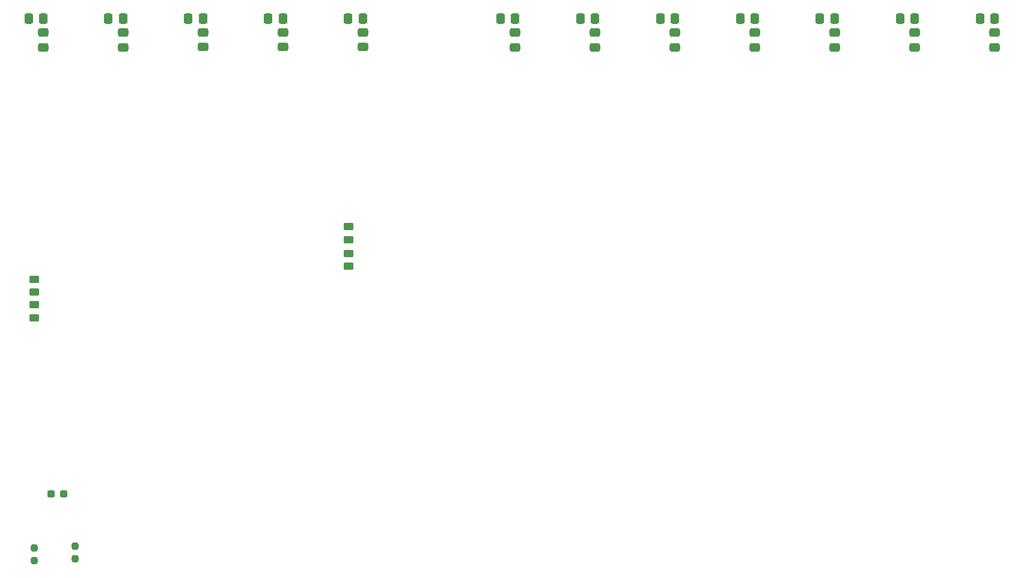
<source format=gbr>
%TF.GenerationSoftware,KiCad,Pcbnew,8.0.5*%
%TF.CreationDate,2024-10-01T19:03:58-07:00*%
%TF.ProjectId,MRIRobot_PCB,4d524952-6f62-46f7-945f-5043422e6b69,rev?*%
%TF.SameCoordinates,Original*%
%TF.FileFunction,Paste,Bot*%
%TF.FilePolarity,Positive*%
%FSLAX46Y46*%
G04 Gerber Fmt 4.6, Leading zero omitted, Abs format (unit mm)*
G04 Created by KiCad (PCBNEW 8.0.5) date 2024-10-01 19:03:58*
%MOMM*%
%LPD*%
G01*
G04 APERTURE LIST*
G04 Aperture macros list*
%AMRoundRect*
0 Rectangle with rounded corners*
0 $1 Rounding radius*
0 $2 $3 $4 $5 $6 $7 $8 $9 X,Y pos of 4 corners*
0 Add a 4 corners polygon primitive as box body*
4,1,4,$2,$3,$4,$5,$6,$7,$8,$9,$2,$3,0*
0 Add four circle primitives for the rounded corners*
1,1,$1+$1,$2,$3*
1,1,$1+$1,$4,$5*
1,1,$1+$1,$6,$7*
1,1,$1+$1,$8,$9*
0 Add four rect primitives between the rounded corners*
20,1,$1+$1,$2,$3,$4,$5,0*
20,1,$1+$1,$4,$5,$6,$7,0*
20,1,$1+$1,$6,$7,$8,$9,0*
20,1,$1+$1,$8,$9,$2,$3,0*%
G04 Aperture macros list end*
%ADD10RoundRect,0.250000X0.475000X-0.337500X0.475000X0.337500X-0.475000X0.337500X-0.475000X-0.337500X0*%
%ADD11RoundRect,0.250000X0.337500X0.475000X-0.337500X0.475000X-0.337500X-0.475000X0.337500X-0.475000X0*%
%ADD12RoundRect,0.237500X0.237500X-0.250000X0.237500X0.250000X-0.237500X0.250000X-0.237500X-0.250000X0*%
%ADD13RoundRect,0.250000X-0.450000X0.262500X-0.450000X-0.262500X0.450000X-0.262500X0.450000X0.262500X0*%
%ADD14RoundRect,0.237500X-0.300000X-0.237500X0.300000X-0.237500X0.300000X0.237500X-0.300000X0.237500X0*%
%ADD15RoundRect,0.250000X0.450000X-0.262500X0.450000X0.262500X-0.450000X0.262500X-0.450000X-0.262500X0*%
G04 APERTURE END LIST*
D10*
%TO.C,R11*%
X136750000Y-81575000D03*
X136750000Y-79500000D03*
%TD*%
D11*
%TO.C,C6*%
X70250000Y-77500000D03*
X68175000Y-77500000D03*
%TD*%
D10*
%TO.C,R10*%
X115250000Y-81537500D03*
X115250000Y-79462500D03*
%TD*%
%TO.C,R19*%
X204250000Y-81575000D03*
X204250000Y-79500000D03*
%TD*%
D11*
%TO.C,C14*%
X115250000Y-77500000D03*
X113175000Y-77500000D03*
%TD*%
%TO.C,C19*%
X181750000Y-77500000D03*
X179675000Y-77500000D03*
%TD*%
D12*
%TO.C,R13*%
X74750000Y-153662500D03*
X74750000Y-151837500D03*
%TD*%
D13*
%TO.C,R2*%
X69000000Y-114250000D03*
X69000000Y-116075000D03*
%TD*%
D10*
%TO.C,R12*%
X148000000Y-81575000D03*
X148000000Y-79500000D03*
%TD*%
D11*
%TO.C,C12*%
X92750000Y-77500000D03*
X90675000Y-77500000D03*
%TD*%
%TO.C,C16*%
X148000000Y-77500000D03*
X145925000Y-77500000D03*
%TD*%
D14*
%TO.C,C1*%
X71387500Y-144500000D03*
X73112500Y-144500000D03*
%TD*%
D15*
%TO.C,R3*%
X113250000Y-112412500D03*
X113250000Y-110587500D03*
%TD*%
D11*
%TO.C,C13*%
X104000000Y-77500000D03*
X101925000Y-77500000D03*
%TD*%
%TO.C,C18*%
X170500000Y-77500000D03*
X168425000Y-77500000D03*
%TD*%
D10*
%TO.C,R15*%
X159250000Y-81575000D03*
X159250000Y-79500000D03*
%TD*%
D13*
%TO.C,R4*%
X113250000Y-106837500D03*
X113250000Y-108662500D03*
%TD*%
D11*
%TO.C,C15*%
X136750000Y-77500000D03*
X134675000Y-77500000D03*
%TD*%
D15*
%TO.C,R1*%
X69000000Y-119662500D03*
X69000000Y-117837500D03*
%TD*%
D10*
%TO.C,R18*%
X193000000Y-81575000D03*
X193000000Y-79500000D03*
%TD*%
%TO.C,R8*%
X92750000Y-81537500D03*
X92750000Y-79462500D03*
%TD*%
D11*
%TO.C,C21*%
X204287500Y-77500000D03*
X202212500Y-77500000D03*
%TD*%
D10*
%TO.C,R17*%
X181750000Y-81575000D03*
X181750000Y-79500000D03*
%TD*%
D11*
%TO.C,C20*%
X193037500Y-77500000D03*
X190962500Y-77500000D03*
%TD*%
D10*
%TO.C,R7*%
X81500000Y-81575000D03*
X81500000Y-79500000D03*
%TD*%
D11*
%TO.C,C17*%
X159250000Y-77500000D03*
X157175000Y-77500000D03*
%TD*%
D10*
%TO.C,R9*%
X104000000Y-81537500D03*
X104000000Y-79462500D03*
%TD*%
%TO.C,R16*%
X170500000Y-81575000D03*
X170500000Y-79500000D03*
%TD*%
D12*
%TO.C,R14*%
X69000000Y-153912500D03*
X69000000Y-152087500D03*
%TD*%
D11*
%TO.C,C7*%
X81500000Y-77500000D03*
X79425000Y-77500000D03*
%TD*%
D10*
%TO.C,R54*%
X70250000Y-81575000D03*
X70250000Y-79500000D03*
%TD*%
M02*

</source>
